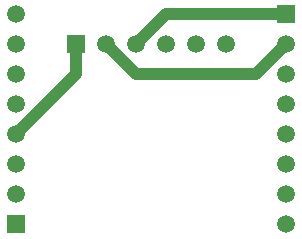
<source format=gbr>
G04 DipTrace 3.0.0.2*
G04 Top.gbr*
%MOIN*%
G04 #@! TF.FileFunction,Copper,L1,Top*
G04 #@! TF.Part,Single*
G04 #@! TA.AperFunction,Conductor*
%ADD14C,0.03937*%
G04 #@! TA.AperFunction,ComponentPad*
%ADD17R,0.059055X0.059055*%
%ADD18C,0.059055*%
%FSLAX26Y26*%
G04*
G70*
G90*
G75*
G01*
G04 Top*
%LPD*%
X481535Y769016D2*
D14*
X681535Y969016D1*
Y1069016D1*
X781535D2*
X881535Y969016D1*
X1281535D1*
X1381535Y1069016D1*
X881535D2*
X981535Y1169016D1*
X1381535D1*
D17*
D3*
D18*
Y1069016D3*
Y969016D3*
Y869016D3*
Y769016D3*
Y669016D3*
Y569016D3*
Y469016D3*
D17*
X681535Y1069016D3*
D18*
X781535D3*
X881535D3*
X981535D3*
X1081535D3*
X1181535D3*
D17*
X481535Y469016D3*
D18*
Y569016D3*
Y669016D3*
Y769016D3*
Y869016D3*
Y969016D3*
Y1069016D3*
Y1169016D3*
M02*

</source>
